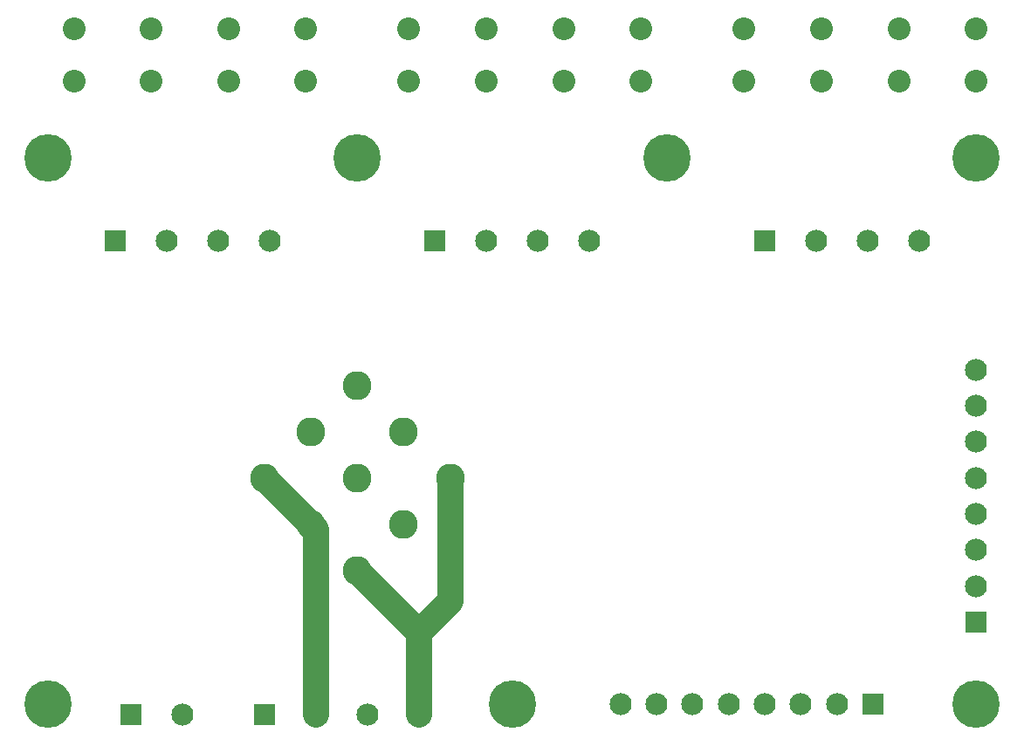
<source format=gbs>
G75*
%MOIN*%
%OFA0B0*%
%FSLAX24Y24*%
%IPPOS*%
%LPD*%
%AMOC8*
5,1,8,0,0,1.08239X$1,22.5*
%
%ADD10C,0.1812*%
%ADD11C,0.1000*%
%ADD12C,0.1103*%
%ADD13R,0.0840X0.0840*%
%ADD14C,0.0840*%
%ADD15C,0.0867*%
D10*
X002069Y002110D03*
X037502Y002110D03*
X019785Y002110D03*
X025691Y022976D03*
X013880Y022976D03*
X002069Y022976D03*
X037502Y022976D03*
D11*
X012305Y001716D02*
X012305Y008803D01*
X010336Y010771D01*
X016242Y001716D02*
X016242Y004866D01*
X013880Y007228D01*
X017423Y010771D02*
X017423Y006047D01*
X016242Y004866D01*
D12*
X013880Y014307D03*
X012112Y012539D03*
X010344Y010771D03*
X015647Y012539D03*
X013880Y010771D03*
X012112Y009003D03*
X017415Y010771D03*
X015647Y009003D03*
X013880Y007236D03*
D13*
X029431Y019826D03*
X016832Y019826D03*
X004628Y019826D03*
X010336Y001716D03*
X005218Y001716D03*
X037502Y005259D03*
X033565Y002110D03*
D14*
X031399Y019826D03*
X033368Y019826D03*
X035336Y019826D03*
X018801Y019826D03*
X020769Y019826D03*
X022738Y019826D03*
X006596Y019826D03*
X008565Y019826D03*
X010533Y019826D03*
X012305Y001716D03*
X014273Y001716D03*
X016242Y001716D03*
X007187Y001716D03*
X037502Y006637D03*
X037502Y008015D03*
X037502Y009393D03*
X037502Y010771D03*
X037502Y012149D03*
X037502Y013527D03*
X037502Y014905D03*
X032187Y002110D03*
X030809Y002110D03*
X029431Y002110D03*
X028053Y002110D03*
X026675Y002110D03*
X025297Y002110D03*
X023919Y002110D03*
D15*
X037502Y025913D03*
X037502Y027913D03*
X034549Y025913D03*
X034549Y027913D03*
X031596Y025913D03*
X031596Y027913D03*
X028643Y025913D03*
X028643Y027913D03*
X024706Y025913D03*
X024706Y027913D03*
X021754Y025913D03*
X021754Y027913D03*
X018801Y025913D03*
X018801Y027913D03*
X015848Y025913D03*
X015848Y027913D03*
X011911Y025913D03*
X011911Y027913D03*
X008958Y025913D03*
X008958Y027913D03*
X006006Y025913D03*
X006006Y027913D03*
X003053Y025913D03*
X003053Y027913D03*
M02*

</source>
